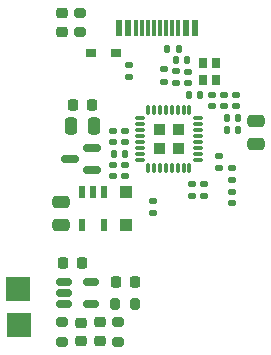
<source format=gbp>
G04 #@! TF.GenerationSoftware,KiCad,Pcbnew,7.0.2*
G04 #@! TF.CreationDate,2023-08-11T05:28:22+05:00*
G04 #@! TF.ProjectId,Adafruit QT Py ESP32-C3,41646166-7275-4697-9420-515420507920,rev?*
G04 #@! TF.SameCoordinates,Original*
G04 #@! TF.FileFunction,Paste,Bot*
G04 #@! TF.FilePolarity,Positive*
%FSLAX46Y46*%
G04 Gerber Fmt 4.6, Leading zero omitted, Abs format (unit mm)*
G04 Created by KiCad (PCBNEW 7.0.2) date 2023-08-11 05:28:22*
%MOMM*%
%LPD*%
G01*
G04 APERTURE LIST*
G04 Aperture macros list*
%AMRoundRect*
0 Rectangle with rounded corners*
0 $1 Rounding radius*
0 $2 $3 $4 $5 $6 $7 $8 $9 X,Y pos of 4 corners*
0 Add a 4 corners polygon primitive as box body*
4,1,4,$2,$3,$4,$5,$6,$7,$8,$9,$2,$3,0*
0 Add four circle primitives for the rounded corners*
1,1,$1+$1,$2,$3*
1,1,$1+$1,$4,$5*
1,1,$1+$1,$6,$7*
1,1,$1+$1,$8,$9*
0 Add four rect primitives between the rounded corners*
20,1,$1+$1,$2,$3,$4,$5,0*
20,1,$1+$1,$4,$5,$6,$7,0*
20,1,$1+$1,$6,$7,$8,$9,0*
20,1,$1+$1,$8,$9,$2,$3,0*%
G04 Aperture macros list end*
%ADD10RoundRect,0.250000X-0.475000X0.250000X-0.475000X-0.250000X0.475000X-0.250000X0.475000X0.250000X0*%
%ADD11RoundRect,0.140000X-0.170000X0.140000X-0.170000X-0.140000X0.170000X-0.140000X0.170000X0.140000X0*%
%ADD12RoundRect,0.033750X-0.371250X-0.101250X0.371250X-0.101250X0.371250X0.101250X-0.371250X0.101250X0*%
%ADD13RoundRect,0.033750X-0.101250X-0.371250X0.101250X-0.371250X0.101250X0.371250X-0.101250X0.371250X0*%
%ADD14RoundRect,0.135000X0.185000X-0.135000X0.185000X0.135000X-0.185000X0.135000X-0.185000X-0.135000X0*%
%ADD15RoundRect,0.140000X-0.140000X-0.170000X0.140000X-0.170000X0.140000X0.170000X-0.140000X0.170000X0*%
%ADD16RoundRect,0.140000X0.170000X-0.140000X0.170000X0.140000X-0.170000X0.140000X-0.170000X-0.140000X0*%
%ADD17RoundRect,0.225000X-0.225000X-0.250000X0.225000X-0.250000X0.225000X0.250000X-0.225000X0.250000X0*%
%ADD18RoundRect,0.135000X-0.185000X0.135000X-0.185000X-0.135000X0.185000X-0.135000X0.185000X0.135000X0*%
%ADD19RoundRect,0.135000X0.135000X0.185000X-0.135000X0.185000X-0.135000X-0.185000X0.135000X-0.185000X0*%
%ADD20R,2.000000X2.000000*%
%ADD21RoundRect,0.200000X-0.275000X0.200000X-0.275000X-0.200000X0.275000X-0.200000X0.275000X0.200000X0*%
%ADD22RoundRect,0.150000X-0.512500X-0.150000X0.512500X-0.150000X0.512500X0.150000X-0.512500X0.150000X0*%
%ADD23RoundRect,0.250000X-0.250000X-0.475000X0.250000X-0.475000X0.250000X0.475000X-0.250000X0.475000X0*%
%ADD24RoundRect,0.225000X0.225000X0.250000X-0.225000X0.250000X-0.225000X-0.250000X0.225000X-0.250000X0*%
%ADD25R,0.800000X0.900000*%
%ADD26R,0.600000X1.450000*%
%ADD27R,0.300000X1.450000*%
%ADD28RoundRect,0.147500X0.147500X0.172500X-0.147500X0.172500X-0.147500X-0.172500X0.147500X-0.172500X0*%
%ADD29R,0.622000X1.105000*%
%ADD30RoundRect,0.200000X0.200000X0.275000X-0.200000X0.275000X-0.200000X-0.275000X0.200000X-0.275000X0*%
%ADD31RoundRect,0.218750X0.256250X-0.218750X0.256250X0.218750X-0.256250X0.218750X-0.256250X-0.218750X0*%
%ADD32RoundRect,0.250000X-0.300000X0.300000X-0.300000X-0.300000X0.300000X-0.300000X0.300000X0.300000X0*%
%ADD33RoundRect,0.250000X0.475000X-0.250000X0.475000X0.250000X-0.475000X0.250000X-0.475000X-0.250000X0*%
%ADD34RoundRect,0.140000X0.140000X0.170000X-0.140000X0.170000X-0.140000X-0.170000X0.140000X-0.170000X0*%
%ADD35RoundRect,0.147500X0.172500X-0.147500X0.172500X0.147500X-0.172500X0.147500X-0.172500X-0.147500X0*%
%ADD36RoundRect,0.218750X-0.256250X0.218750X-0.256250X-0.218750X0.256250X-0.218750X0.256250X0.218750X0*%
%ADD37RoundRect,0.150000X0.587500X0.150000X-0.587500X0.150000X-0.587500X-0.150000X0.587500X-0.150000X0*%
%ADD38R,0.900000X0.800000*%
G04 APERTURE END LIST*
G04 #@! TO.C,U2*
G36*
X150740000Y-111530000D02*
G01*
X149840000Y-111530000D01*
X149840000Y-110630000D01*
X150740000Y-110630000D01*
X150740000Y-111530000D01*
G37*
G36*
X150740000Y-109930000D02*
G01*
X149840000Y-109930000D01*
X149840000Y-109030000D01*
X150740000Y-109030000D01*
X150740000Y-109930000D01*
G37*
G36*
X149140000Y-111530000D02*
G01*
X148240000Y-111530000D01*
X148240000Y-110630000D01*
X149140000Y-110630000D01*
X149140000Y-111530000D01*
G37*
G36*
X149140000Y-109930000D02*
G01*
X148240000Y-109930000D01*
X148240000Y-109030000D01*
X149140000Y-109030000D01*
X149140000Y-109930000D01*
G37*
G04 #@! TD*
D10*
G04 #@! TO.C,C8*
X140390000Y-115620000D03*
X140390000Y-117520000D03*
G04 #@! TD*
D11*
G04 #@! TO.C,C9*
X155190000Y-106520000D03*
X155190000Y-107480000D03*
G04 #@! TD*
D12*
G04 #@! TO.C,U2*
X151940000Y-108530000D03*
X151940000Y-109030000D03*
X151940000Y-109530000D03*
X151940000Y-110030000D03*
X151940000Y-110530000D03*
X151940000Y-111030000D03*
X151940000Y-111530000D03*
X151940000Y-112030000D03*
D13*
X151240000Y-112730000D03*
X150740000Y-112730000D03*
X150240000Y-112730000D03*
X149740000Y-112730000D03*
X149240000Y-112730000D03*
X148740000Y-112730000D03*
X148240000Y-112730000D03*
X147740000Y-112730000D03*
D12*
X147040000Y-112030000D03*
X147040000Y-111530000D03*
X147040000Y-111030000D03*
X147040000Y-110530000D03*
X147040000Y-110030000D03*
X147040000Y-109530000D03*
X147040000Y-109030000D03*
X147040000Y-108530000D03*
D13*
X147740000Y-107830000D03*
X148240000Y-107830000D03*
X148740000Y-107830000D03*
X149240000Y-107830000D03*
X149740000Y-107830000D03*
X150240000Y-107830000D03*
X150740000Y-107830000D03*
X151240000Y-107830000D03*
G04 #@! TD*
D14*
G04 #@! TO.C,R4*
X149090000Y-105410000D03*
X149090000Y-104390000D03*
G04 #@! TD*
D15*
G04 #@! TO.C,C7*
X154420000Y-108520000D03*
X155380000Y-108520000D03*
G04 #@! TD*
D16*
G04 #@! TO.C,C17*
X151090000Y-105540000D03*
X151090000Y-104580000D03*
G04 #@! TD*
D17*
G04 #@! TO.C,C25*
X142112500Y-120750000D03*
X140562500Y-120750000D03*
G04 #@! TD*
D18*
G04 #@! TO.C,R21*
X152460000Y-114100000D03*
X152460000Y-115120000D03*
G04 #@! TD*
D19*
G04 #@! TO.C,R5*
X150390000Y-102620000D03*
X149370000Y-102620000D03*
G04 #@! TD*
D20*
G04 #@! TO.C,J2*
X136780000Y-126000000D03*
G04 #@! TD*
D21*
G04 #@! TO.C,R14*
X140490000Y-127425000D03*
X140490000Y-125775000D03*
G04 #@! TD*
D16*
G04 #@! TO.C,C15*
X144780000Y-113440000D03*
X144780000Y-112480000D03*
G04 #@! TD*
D14*
G04 #@! TO.C,R7*
X148130000Y-116520000D03*
X148130000Y-115500000D03*
G04 #@! TD*
D22*
G04 #@! TO.C,U5*
X140640000Y-124250000D03*
X140640000Y-123300000D03*
X140640000Y-122350000D03*
X142915000Y-122350000D03*
X142915000Y-124250000D03*
G04 #@! TD*
D23*
G04 #@! TO.C,C1*
X141230000Y-109210000D03*
X143130000Y-109210000D03*
G04 #@! TD*
D24*
G04 #@! TO.C,R9*
X141405000Y-107430000D03*
X142955000Y-107430000D03*
G04 #@! TD*
D21*
G04 #@! TO.C,R19*
X142000000Y-101225000D03*
X142000000Y-99575000D03*
G04 #@! TD*
D18*
G04 #@! TO.C,R1*
X154820000Y-112740000D03*
X154820000Y-113760000D03*
G04 #@! TD*
D25*
G04 #@! TO.C,Y1*
X152370000Y-105270000D03*
X152370000Y-103870000D03*
X153470000Y-103870000D03*
X153470000Y-105270000D03*
G04 #@! TD*
D15*
G04 #@! TO.C,C10*
X151190000Y-106570000D03*
X152150000Y-106570000D03*
G04 #@! TD*
D26*
G04 #@! TO.C,USB1*
X145240000Y-100860000D03*
X146040000Y-100860000D03*
D27*
X147240000Y-100860000D03*
X148240000Y-100860000D03*
X148740000Y-100860000D03*
X149740000Y-100860000D03*
D26*
X150940000Y-100860000D03*
X151740000Y-100860000D03*
X151740000Y-100860000D03*
X150940000Y-100860000D03*
D27*
X150240000Y-100860000D03*
X149240000Y-100860000D03*
X147740000Y-100860000D03*
X146740000Y-100860000D03*
D26*
X146040000Y-100860000D03*
X145240000Y-100860000D03*
G04 #@! TD*
D28*
G04 #@! TO.C,L1*
X155385000Y-109520000D03*
X154415000Y-109520000D03*
G04 #@! TD*
D14*
G04 #@! TO.C,R2*
X153760000Y-112750000D03*
X153760000Y-111730000D03*
G04 #@! TD*
D29*
G04 #@! TO.C,U1*
X142117252Y-114753000D03*
X143083252Y-114753000D03*
X144023252Y-114753000D03*
X144023252Y-117547000D03*
X142143252Y-117547000D03*
G04 #@! TD*
D16*
G04 #@! TO.C,C16*
X145770000Y-113440000D03*
X145770000Y-112480000D03*
G04 #@! TD*
D30*
G04 #@! TO.C,R13*
X144955000Y-124230000D03*
X146605000Y-124230000D03*
G04 #@! TD*
D31*
G04 #@! TO.C,P2*
X143640000Y-127367500D03*
X143640000Y-125792500D03*
G04 #@! TD*
D20*
G04 #@! TO.C,J1*
X136750000Y-123000000D03*
G04 #@! TD*
D11*
G04 #@! TO.C,C2*
X145770000Y-109580000D03*
X145770000Y-110540000D03*
G04 #@! TD*
D32*
G04 #@! TO.C,D1*
X145870000Y-114762500D03*
X145870000Y-117562500D03*
G04 #@! TD*
D16*
G04 #@! TO.C,C14*
X153160000Y-107480000D03*
X153160000Y-106520000D03*
G04 #@! TD*
D33*
G04 #@! TO.C,C6*
X156870000Y-110680000D03*
X156870000Y-108780000D03*
G04 #@! TD*
D18*
G04 #@! TO.C,R6*
X146090000Y-104000000D03*
X146090000Y-105020000D03*
G04 #@! TD*
D34*
G04 #@! TO.C,C11*
X145780000Y-111520000D03*
X144820000Y-111520000D03*
G04 #@! TD*
D21*
G04 #@! TO.C,R15*
X145210000Y-127425000D03*
X145210000Y-125775000D03*
G04 #@! TD*
D34*
G04 #@! TO.C,C18*
X151040000Y-103610000D03*
X150080000Y-103610000D03*
G04 #@! TD*
D35*
G04 #@! TO.C,L2*
X154170000Y-107485000D03*
X154170000Y-106515000D03*
G04 #@! TD*
D18*
G04 #@! TO.C,R20*
X151440000Y-114080000D03*
X151440000Y-115100000D03*
G04 #@! TD*
D36*
G04 #@! TO.C,Green2*
X140460000Y-99632500D03*
X140460000Y-101207500D03*
G04 #@! TD*
D11*
G04 #@! TO.C,C3*
X154820000Y-114730000D03*
X154820000Y-115690000D03*
G04 #@! TD*
D37*
G04 #@! TO.C,Q4*
X143030000Y-111040000D03*
X143030000Y-112940000D03*
X141155000Y-111990000D03*
G04 #@! TD*
D18*
G04 #@! TO.C,R3*
X150090000Y-104550000D03*
X150090000Y-105570000D03*
G04 #@! TD*
D11*
G04 #@! TO.C,C4*
X144780000Y-109580000D03*
X144780000Y-110540000D03*
G04 #@! TD*
D38*
G04 #@! TO.C,D5*
X145040000Y-102960000D03*
X142900000Y-102960000D03*
G04 #@! TD*
D36*
G04 #@! TO.C,P1*
X142040000Y-125832500D03*
X142040000Y-127407500D03*
G04 #@! TD*
D24*
G04 #@! TO.C,C24*
X145045000Y-122380000D03*
X146595000Y-122380000D03*
G04 #@! TD*
M02*

</source>
